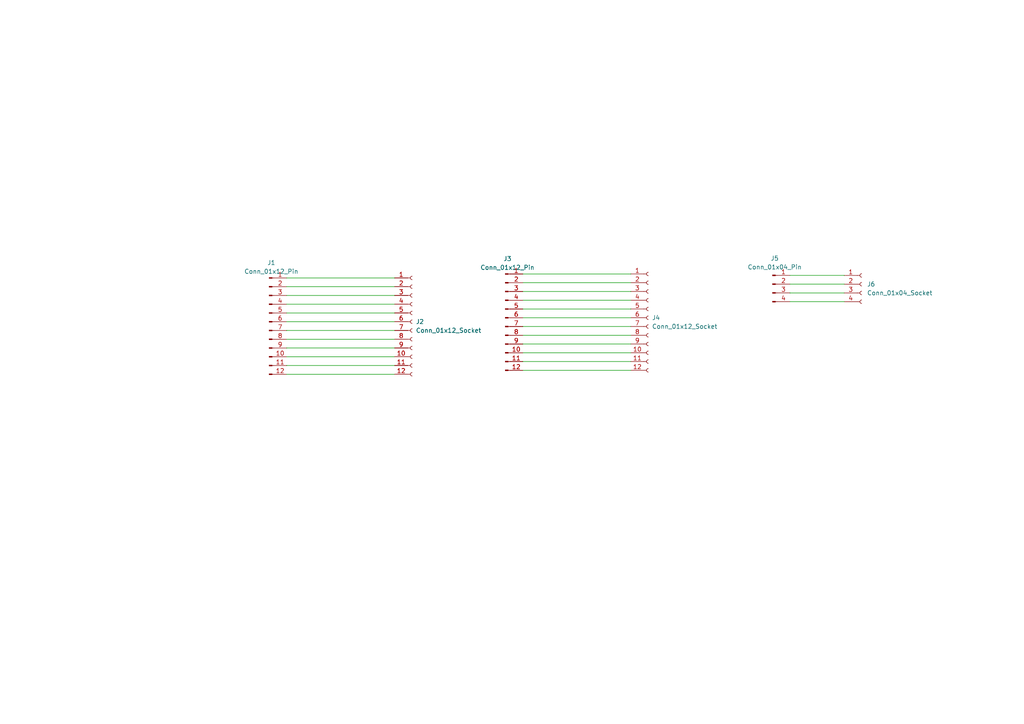
<source format=kicad_sch>
(kicad_sch (version 20230121) (generator eeschema)

  (uuid 8a2b65cb-858b-4141-a6df-7cb79c53bdb3)

  (paper "A4")

  (lib_symbols
    (symbol "Connector:Conn_01x04_Pin" (pin_names (offset 1.016) hide) (in_bom yes) (on_board yes)
      (property "Reference" "J" (at 0 5.08 0)
        (effects (font (size 1.27 1.27)))
      )
      (property "Value" "Conn_01x04_Pin" (at 0 -7.62 0)
        (effects (font (size 1.27 1.27)))
      )
      (property "Footprint" "" (at 0 0 0)
        (effects (font (size 1.27 1.27)) hide)
      )
      (property "Datasheet" "~" (at 0 0 0)
        (effects (font (size 1.27 1.27)) hide)
      )
      (property "ki_locked" "" (at 0 0 0)
        (effects (font (size 1.27 1.27)))
      )
      (property "ki_keywords" "connector" (at 0 0 0)
        (effects (font (size 1.27 1.27)) hide)
      )
      (property "ki_description" "Generic connector, single row, 01x04, script generated" (at 0 0 0)
        (effects (font (size 1.27 1.27)) hide)
      )
      (property "ki_fp_filters" "Connector*:*_1x??_*" (at 0 0 0)
        (effects (font (size 1.27 1.27)) hide)
      )
      (symbol "Conn_01x04_Pin_1_1"
        (polyline
          (pts
            (xy 1.27 -5.08)
            (xy 0.8636 -5.08)
          )
          (stroke (width 0.1524) (type default))
          (fill (type none))
        )
        (polyline
          (pts
            (xy 1.27 -2.54)
            (xy 0.8636 -2.54)
          )
          (stroke (width 0.1524) (type default))
          (fill (type none))
        )
        (polyline
          (pts
            (xy 1.27 0)
            (xy 0.8636 0)
          )
          (stroke (width 0.1524) (type default))
          (fill (type none))
        )
        (polyline
          (pts
            (xy 1.27 2.54)
            (xy 0.8636 2.54)
          )
          (stroke (width 0.1524) (type default))
          (fill (type none))
        )
        (rectangle (start 0.8636 -4.953) (end 0 -5.207)
          (stroke (width 0.1524) (type default))
          (fill (type outline))
        )
        (rectangle (start 0.8636 -2.413) (end 0 -2.667)
          (stroke (width 0.1524) (type default))
          (fill (type outline))
        )
        (rectangle (start 0.8636 0.127) (end 0 -0.127)
          (stroke (width 0.1524) (type default))
          (fill (type outline))
        )
        (rectangle (start 0.8636 2.667) (end 0 2.413)
          (stroke (width 0.1524) (type default))
          (fill (type outline))
        )
        (pin passive line (at 5.08 2.54 180) (length 3.81)
          (name "Pin_1" (effects (font (size 1.27 1.27))))
          (number "1" (effects (font (size 1.27 1.27))))
        )
        (pin passive line (at 5.08 0 180) (length 3.81)
          (name "Pin_2" (effects (font (size 1.27 1.27))))
          (number "2" (effects (font (size 1.27 1.27))))
        )
        (pin passive line (at 5.08 -2.54 180) (length 3.81)
          (name "Pin_3" (effects (font (size 1.27 1.27))))
          (number "3" (effects (font (size 1.27 1.27))))
        )
        (pin passive line (at 5.08 -5.08 180) (length 3.81)
          (name "Pin_4" (effects (font (size 1.27 1.27))))
          (number "4" (effects (font (size 1.27 1.27))))
        )
      )
    )
    (symbol "Connector:Conn_01x04_Socket" (pin_names (offset 1.016) hide) (in_bom yes) (on_board yes)
      (property "Reference" "J" (at 0 5.08 0)
        (effects (font (size 1.27 1.27)))
      )
      (property "Value" "Conn_01x04_Socket" (at 0 -7.62 0)
        (effects (font (size 1.27 1.27)))
      )
      (property "Footprint" "" (at 0 0 0)
        (effects (font (size 1.27 1.27)) hide)
      )
      (property "Datasheet" "~" (at 0 0 0)
        (effects (font (size 1.27 1.27)) hide)
      )
      (property "ki_locked" "" (at 0 0 0)
        (effects (font (size 1.27 1.27)))
      )
      (property "ki_keywords" "connector" (at 0 0 0)
        (effects (font (size 1.27 1.27)) hide)
      )
      (property "ki_description" "Generic connector, single row, 01x04, script generated" (at 0 0 0)
        (effects (font (size 1.27 1.27)) hide)
      )
      (property "ki_fp_filters" "Connector*:*_1x??_*" (at 0 0 0)
        (effects (font (size 1.27 1.27)) hide)
      )
      (symbol "Conn_01x04_Socket_1_1"
        (arc (start 0 -4.572) (mid -0.5058 -5.08) (end 0 -5.588)
          (stroke (width 0.1524) (type default))
          (fill (type none))
        )
        (arc (start 0 -2.032) (mid -0.5058 -2.54) (end 0 -3.048)
          (stroke (width 0.1524) (type default))
          (fill (type none))
        )
        (polyline
          (pts
            (xy -1.27 -5.08)
            (xy -0.508 -5.08)
          )
          (stroke (width 0.1524) (type default))
          (fill (type none))
        )
        (polyline
          (pts
            (xy -1.27 -2.54)
            (xy -0.508 -2.54)
          )
          (stroke (width 0.1524) (type default))
          (fill (type none))
        )
        (polyline
          (pts
            (xy -1.27 0)
            (xy -0.508 0)
          )
          (stroke (width 0.1524) (type default))
          (fill (type none))
        )
        (polyline
          (pts
            (xy -1.27 2.54)
            (xy -0.508 2.54)
          )
          (stroke (width 0.1524) (type default))
          (fill (type none))
        )
        (arc (start 0 0.508) (mid -0.5058 0) (end 0 -0.508)
          (stroke (width 0.1524) (type default))
          (fill (type none))
        )
        (arc (start 0 3.048) (mid -0.5058 2.54) (end 0 2.032)
          (stroke (width 0.1524) (type default))
          (fill (type none))
        )
        (pin passive line (at -5.08 2.54 0) (length 3.81)
          (name "Pin_1" (effects (font (size 1.27 1.27))))
          (number "1" (effects (font (size 1.27 1.27))))
        )
        (pin passive line (at -5.08 0 0) (length 3.81)
          (name "Pin_2" (effects (font (size 1.27 1.27))))
          (number "2" (effects (font (size 1.27 1.27))))
        )
        (pin passive line (at -5.08 -2.54 0) (length 3.81)
          (name "Pin_3" (effects (font (size 1.27 1.27))))
          (number "3" (effects (font (size 1.27 1.27))))
        )
        (pin passive line (at -5.08 -5.08 0) (length 3.81)
          (name "Pin_4" (effects (font (size 1.27 1.27))))
          (number "4" (effects (font (size 1.27 1.27))))
        )
      )
    )
    (symbol "Connector:Conn_01x12_Pin" (pin_names (offset 1.016) hide) (in_bom yes) (on_board yes)
      (property "Reference" "J" (at 0 15.24 0)
        (effects (font (size 1.27 1.27)))
      )
      (property "Value" "Conn_01x12_Pin" (at 0 -17.78 0)
        (effects (font (size 1.27 1.27)))
      )
      (property "Footprint" "" (at 0 0 0)
        (effects (font (size 1.27 1.27)) hide)
      )
      (property "Datasheet" "~" (at 0 0 0)
        (effects (font (size 1.27 1.27)) hide)
      )
      (property "ki_locked" "" (at 0 0 0)
        (effects (font (size 1.27 1.27)))
      )
      (property "ki_keywords" "connector" (at 0 0 0)
        (effects (font (size 1.27 1.27)) hide)
      )
      (property "ki_description" "Generic connector, single row, 01x12, script generated" (at 0 0 0)
        (effects (font (size 1.27 1.27)) hide)
      )
      (property "ki_fp_filters" "Connector*:*_1x??_*" (at 0 0 0)
        (effects (font (size 1.27 1.27)) hide)
      )
      (symbol "Conn_01x12_Pin_1_1"
        (polyline
          (pts
            (xy 1.27 -15.24)
            (xy 0.8636 -15.24)
          )
          (stroke (width 0.1524) (type default))
          (fill (type none))
        )
        (polyline
          (pts
            (xy 1.27 -12.7)
            (xy 0.8636 -12.7)
          )
          (stroke (width 0.1524) (type default))
          (fill (type none))
        )
        (polyline
          (pts
            (xy 1.27 -10.16)
            (xy 0.8636 -10.16)
          )
          (stroke (width 0.1524) (type default))
          (fill (type none))
        )
        (polyline
          (pts
            (xy 1.27 -7.62)
            (xy 0.8636 -7.62)
          )
          (stroke (width 0.1524) (type default))
          (fill (type none))
        )
        (polyline
          (pts
            (xy 1.27 -5.08)
            (xy 0.8636 -5.08)
          )
          (stroke (width 0.1524) (type default))
          (fill (type none))
        )
        (polyline
          (pts
            (xy 1.27 -2.54)
            (xy 0.8636 -2.54)
          )
          (stroke (width 0.1524) (type default))
          (fill (type none))
        )
        (polyline
          (pts
            (xy 1.27 0)
            (xy 0.8636 0)
          )
          (stroke (width 0.1524) (type default))
          (fill (type none))
        )
        (polyline
          (pts
            (xy 1.27 2.54)
            (xy 0.8636 2.54)
          )
          (stroke (width 0.1524) (type default))
          (fill (type none))
        )
        (polyline
          (pts
            (xy 1.27 5.08)
            (xy 0.8636 5.08)
          )
          (stroke (width 0.1524) (type default))
          (fill (type none))
        )
        (polyline
          (pts
            (xy 1.27 7.62)
            (xy 0.8636 7.62)
          )
          (stroke (width 0.1524) (type default))
          (fill (type none))
        )
        (polyline
          (pts
            (xy 1.27 10.16)
            (xy 0.8636 10.16)
          )
          (stroke (width 0.1524) (type default))
          (fill (type none))
        )
        (polyline
          (pts
            (xy 1.27 12.7)
            (xy 0.8636 12.7)
          )
          (stroke (width 0.1524) (type default))
          (fill (type none))
        )
        (rectangle (start 0.8636 -15.113) (end 0 -15.367)
          (stroke (width 0.1524) (type default))
          (fill (type outline))
        )
        (rectangle (start 0.8636 -12.573) (end 0 -12.827)
          (stroke (width 0.1524) (type default))
          (fill (type outline))
        )
        (rectangle (start 0.8636 -10.033) (end 0 -10.287)
          (stroke (width 0.1524) (type default))
          (fill (type outline))
        )
        (rectangle (start 0.8636 -7.493) (end 0 -7.747)
          (stroke (width 0.1524) (type default))
          (fill (type outline))
        )
        (rectangle (start 0.8636 -4.953) (end 0 -5.207)
          (stroke (width 0.1524) (type default))
          (fill (type outline))
        )
        (rectangle (start 0.8636 -2.413) (end 0 -2.667)
          (stroke (width 0.1524) (type default))
          (fill (type outline))
        )
        (rectangle (start 0.8636 0.127) (end 0 -0.127)
          (stroke (width 0.1524) (type default))
          (fill (type outline))
        )
        (rectangle (start 0.8636 2.667) (end 0 2.413)
          (stroke (width 0.1524) (type default))
          (fill (type outline))
        )
        (rectangle (start 0.8636 5.207) (end 0 4.953)
          (stroke (width 0.1524) (type default))
          (fill (type outline))
        )
        (rectangle (start 0.8636 7.747) (end 0 7.493)
          (stroke (width 0.1524) (type default))
          (fill (type outline))
        )
        (rectangle (start 0.8636 10.287) (end 0 10.033)
          (stroke (width 0.1524) (type default))
          (fill (type outline))
        )
        (rectangle (start 0.8636 12.827) (end 0 12.573)
          (stroke (width 0.1524) (type default))
          (fill (type outline))
        )
        (pin passive line (at 5.08 12.7 180) (length 3.81)
          (name "Pin_1" (effects (font (size 1.27 1.27))))
          (number "1" (effects (font (size 1.27 1.27))))
        )
        (pin passive line (at 5.08 -10.16 180) (length 3.81)
          (name "Pin_10" (effects (font (size 1.27 1.27))))
          (number "10" (effects (font (size 1.27 1.27))))
        )
        (pin passive line (at 5.08 -12.7 180) (length 3.81)
          (name "Pin_11" (effects (font (size 1.27 1.27))))
          (number "11" (effects (font (size 1.27 1.27))))
        )
        (pin passive line (at 5.08 -15.24 180) (length 3.81)
          (name "Pin_12" (effects (font (size 1.27 1.27))))
          (number "12" (effects (font (size 1.27 1.27))))
        )
        (pin passive line (at 5.08 10.16 180) (length 3.81)
          (name "Pin_2" (effects (font (size 1.27 1.27))))
          (number "2" (effects (font (size 1.27 1.27))))
        )
        (pin passive line (at 5.08 7.62 180) (length 3.81)
          (name "Pin_3" (effects (font (size 1.27 1.27))))
          (number "3" (effects (font (size 1.27 1.27))))
        )
        (pin passive line (at 5.08 5.08 180) (length 3.81)
          (name "Pin_4" (effects (font (size 1.27 1.27))))
          (number "4" (effects (font (size 1.27 1.27))))
        )
        (pin passive line (at 5.08 2.54 180) (length 3.81)
          (name "Pin_5" (effects (font (size 1.27 1.27))))
          (number "5" (effects (font (size 1.27 1.27))))
        )
        (pin passive line (at 5.08 0 180) (length 3.81)
          (name "Pin_6" (effects (font (size 1.27 1.27))))
          (number "6" (effects (font (size 1.27 1.27))))
        )
        (pin passive line (at 5.08 -2.54 180) (length 3.81)
          (name "Pin_7" (effects (font (size 1.27 1.27))))
          (number "7" (effects (font (size 1.27 1.27))))
        )
        (pin passive line (at 5.08 -5.08 180) (length 3.81)
          (name "Pin_8" (effects (font (size 1.27 1.27))))
          (number "8" (effects (font (size 1.27 1.27))))
        )
        (pin passive line (at 5.08 -7.62 180) (length 3.81)
          (name "Pin_9" (effects (font (size 1.27 1.27))))
          (number "9" (effects (font (size 1.27 1.27))))
        )
      )
    )
    (symbol "Connector:Conn_01x12_Socket" (pin_names (offset 1.016) hide) (in_bom yes) (on_board yes)
      (property "Reference" "J" (at 0 15.24 0)
        (effects (font (size 1.27 1.27)))
      )
      (property "Value" "Conn_01x12_Socket" (at 0 -17.78 0)
        (effects (font (size 1.27 1.27)))
      )
      (property "Footprint" "" (at 0 0 0)
        (effects (font (size 1.27 1.27)) hide)
      )
      (property "Datasheet" "~" (at 0 0 0)
        (effects (font (size 1.27 1.27)) hide)
      )
      (property "ki_locked" "" (at 0 0 0)
        (effects (font (size 1.27 1.27)))
      )
      (property "ki_keywords" "connector" (at 0 0 0)
        (effects (font (size 1.27 1.27)) hide)
      )
      (property "ki_description" "Generic connector, single row, 01x12, script generated" (at 0 0 0)
        (effects (font (size 1.27 1.27)) hide)
      )
      (property "ki_fp_filters" "Connector*:*_1x??_*" (at 0 0 0)
        (effects (font (size 1.27 1.27)) hide)
      )
      (symbol "Conn_01x12_Socket_1_1"
        (arc (start 0 -14.732) (mid -0.5058 -15.24) (end 0 -15.748)
          (stroke (width 0.1524) (type default))
          (fill (type none))
        )
        (arc (start 0 -12.192) (mid -0.5058 -12.7) (end 0 -13.208)
          (stroke (width 0.1524) (type default))
          (fill (type none))
        )
        (arc (start 0 -9.652) (mid -0.5058 -10.16) (end 0 -10.668)
          (stroke (width 0.1524) (type default))
          (fill (type none))
        )
        (arc (start 0 -7.112) (mid -0.5058 -7.62) (end 0 -8.128)
          (stroke (width 0.1524) (type default))
          (fill (type none))
        )
        (arc (start 0 -4.572) (mid -0.5058 -5.08) (end 0 -5.588)
          (stroke (width 0.1524) (type default))
          (fill (type none))
        )
        (arc (start 0 -2.032) (mid -0.5058 -2.54) (end 0 -3.048)
          (stroke (width 0.1524) (type default))
          (fill (type none))
        )
        (polyline
          (pts
            (xy -1.27 -15.24)
            (xy -0.508 -15.24)
          )
          (stroke (width 0.1524) (type default))
          (fill (type none))
        )
        (polyline
          (pts
            (xy -1.27 -12.7)
            (xy -0.508 -12.7)
          )
          (stroke (width 0.1524) (type default))
          (fill (type none))
        )
        (polyline
          (pts
            (xy -1.27 -10.16)
            (xy -0.508 -10.16)
          )
          (stroke (width 0.1524) (type default))
          (fill (type none))
        )
        (polyline
          (pts
            (xy -1.27 -7.62)
            (xy -0.508 -7.62)
          )
          (stroke (width 0.1524) (type default))
          (fill (type none))
        )
        (polyline
          (pts
            (xy -1.27 -5.08)
            (xy -0.508 -5.08)
          )
          (stroke (width 0.1524) (type default))
          (fill (type none))
        )
        (polyline
          (pts
            (xy -1.27 -2.54)
            (xy -0.508 -2.54)
          )
          (stroke (width 0.1524) (type default))
          (fill (type none))
        )
        (polyline
          (pts
            (xy -1.27 0)
            (xy -0.508 0)
          )
          (stroke (width 0.1524) (type default))
          (fill (type none))
        )
        (polyline
          (pts
            (xy -1.27 2.54)
            (xy -0.508 2.54)
          )
          (stroke (width 0.1524) (type default))
          (fill (type none))
        )
        (polyline
          (pts
            (xy -1.27 5.08)
            (xy -0.508 5.08)
          )
          (stroke (width 0.1524) (type default))
          (fill (type none))
        )
        (polyline
          (pts
            (xy -1.27 7.62)
            (xy -0.508 7.62)
          )
          (stroke (width 0.1524) (type default))
          (fill (type none))
        )
        (polyline
          (pts
            (xy -1.27 10.16)
            (xy -0.508 10.16)
          )
          (stroke (width 0.1524) (type default))
          (fill (type none))
        )
        (polyline
          (pts
            (xy -1.27 12.7)
            (xy -0.508 12.7)
          )
          (stroke (width 0.1524) (type default))
          (fill (type none))
        )
        (arc (start 0 0.508) (mid -0.5058 0) (end 0 -0.508)
          (stroke (width 0.1524) (type default))
          (fill (type none))
        )
        (arc (start 0 3.048) (mid -0.5058 2.54) (end 0 2.032)
          (stroke (width 0.1524) (type default))
          (fill (type none))
        )
        (arc (start 0 5.588) (mid -0.5058 5.08) (end 0 4.572)
          (stroke (width 0.1524) (type default))
          (fill (type none))
        )
        (arc (start 0 8.128) (mid -0.5058 7.62) (end 0 7.112)
          (stroke (width 0.1524) (type default))
          (fill (type none))
        )
        (arc (start 0 10.668) (mid -0.5058 10.16) (end 0 9.652)
          (stroke (width 0.1524) (type default))
          (fill (type none))
        )
        (arc (start 0 13.208) (mid -0.5058 12.7) (end 0 12.192)
          (stroke (width 0.1524) (type default))
          (fill (type none))
        )
        (pin passive line (at -5.08 12.7 0) (length 3.81)
          (name "Pin_1" (effects (font (size 1.27 1.27))))
          (number "1" (effects (font (size 1.27 1.27))))
        )
        (pin passive line (at -5.08 -10.16 0) (length 3.81)
          (name "Pin_10" (effects (font (size 1.27 1.27))))
          (number "10" (effects (font (size 1.27 1.27))))
        )
        (pin passive line (at -5.08 -12.7 0) (length 3.81)
          (name "Pin_11" (effects (font (size 1.27 1.27))))
          (number "11" (effects (font (size 1.27 1.27))))
        )
        (pin passive line (at -5.08 -15.24 0) (length 3.81)
          (name "Pin_12" (effects (font (size 1.27 1.27))))
          (number "12" (effects (font (size 1.27 1.27))))
        )
        (pin passive line (at -5.08 10.16 0) (length 3.81)
          (name "Pin_2" (effects (font (size 1.27 1.27))))
          (number "2" (effects (font (size 1.27 1.27))))
        )
        (pin passive line (at -5.08 7.62 0) (length 3.81)
          (name "Pin_3" (effects (font (size 1.27 1.27))))
          (number "3" (effects (font (size 1.27 1.27))))
        )
        (pin passive line (at -5.08 5.08 0) (length 3.81)
          (name "Pin_4" (effects (font (size 1.27 1.27))))
          (number "4" (effects (font (size 1.27 1.27))))
        )
        (pin passive line (at -5.08 2.54 0) (length 3.81)
          (name "Pin_5" (effects (font (size 1.27 1.27))))
          (number "5" (effects (font (size 1.27 1.27))))
        )
        (pin passive line (at -5.08 0 0) (length 3.81)
          (name "Pin_6" (effects (font (size 1.27 1.27))))
          (number "6" (effects (font (size 1.27 1.27))))
        )
        (pin passive line (at -5.08 -2.54 0) (length 3.81)
          (name "Pin_7" (effects (font (size 1.27 1.27))))
          (number "7" (effects (font (size 1.27 1.27))))
        )
        (pin passive line (at -5.08 -5.08 0) (length 3.81)
          (name "Pin_8" (effects (font (size 1.27 1.27))))
          (number "8" (effects (font (size 1.27 1.27))))
        )
        (pin passive line (at -5.08 -7.62 0) (length 3.81)
          (name "Pin_9" (effects (font (size 1.27 1.27))))
          (number "9" (effects (font (size 1.27 1.27))))
        )
      )
    )
  )


  (wire (pts (xy 83.1481 95.8464) (xy 83.1481 95.8593))
    (stroke (width 0) (type default))
    (uuid 0106c9e1-c80c-46dd-8638-40f45b331779)
  )
  (wire (pts (xy 114.456 95.8464) (xy 83.1481 95.8464))
    (stroke (width 0) (type default))
    (uuid 0b65ed41-268c-40b9-8a7a-5eb1bec388c3)
  )
  (wire (pts (xy 182.9444 87.0769) (xy 151.6365 87.0769))
    (stroke (width 0) (type default))
    (uuid 10af42fc-dc7d-41dd-95c2-3744a8b8a2aa)
  )
  (wire (pts (xy 182.9444 102.3298) (xy 182.9444 102.3169))
    (stroke (width 0) (type default))
    (uuid 116fc1d7-46c0-49bb-8808-baac245eff2c)
  )
  (wire (pts (xy 151.6365 102.3298) (xy 182.9444 102.3298))
    (stroke (width 0) (type default))
    (uuid 120715ec-de7a-4e60-9234-5ea40a727b48)
  )
  (wire (pts (xy 151.6365 104.8569) (xy 151.6365 104.8698))
    (stroke (width 0) (type default))
    (uuid 180ffbc1-7e10-4b2f-8ac7-3dc111880d7e)
  )
  (wire (pts (xy 114.456 108.5593) (xy 114.456 108.5464))
    (stroke (width 0) (type default))
    (uuid 186a687d-7558-4202-ad71-67496eab0739)
  )
  (wire (pts (xy 83.1481 108.5593) (xy 114.456 108.5593))
    (stroke (width 0) (type default))
    (uuid 1b3d39c4-467c-4348-a1c7-dec9746fc74b)
  )
  (wire (pts (xy 244.8427 82.4125) (xy 244.8427 82.4317))
    (stroke (width 0) (type default))
    (uuid 2686d4ac-0ccc-4aa2-9998-2c11c1995e61)
  )
  (wire (pts (xy 83.1481 103.4793) (xy 114.456 103.4793))
    (stroke (width 0) (type default))
    (uuid 29784bdc-9ae4-45ea-96f1-3ccf9304fb05)
  )
  (wire (pts (xy 83.1481 85.6993) (xy 114.456 85.6993))
    (stroke (width 0) (type default))
    (uuid 35d00ffd-7a6d-4323-9ef6-87f9ebb90eeb)
  )
  (wire (pts (xy 182.9444 89.6298) (xy 182.9444 89.6169))
    (stroke (width 0) (type default))
    (uuid 3d929d15-17d9-400d-b9d8-1ff3f4ca40f2)
  )
  (wire (pts (xy 83.1481 98.3993) (xy 114.456 98.3993))
    (stroke (width 0) (type default))
    (uuid 3f795c19-b0e7-415a-8d0f-f0d1ebf16ee0)
  )
  (wire (pts (xy 182.9444 104.8569) (xy 151.6365 104.8569))
    (stroke (width 0) (type default))
    (uuid 414289e6-a45a-4c60-91dd-33ae7b083705)
  )
  (wire (pts (xy 83.1481 90.7793) (xy 114.456 90.7793))
    (stroke (width 0) (type default))
    (uuid 48864d1d-6738-4494-9112-f7de7c640c04)
  )
  (wire (pts (xy 83.1481 88.2264) (xy 83.1481 88.2393))
    (stroke (width 0) (type default))
    (uuid 4e8a3a20-54cd-4f34-ab22-dcf8f7681d9c)
  )
  (wire (pts (xy 114.456 83.1464) (xy 83.1481 83.1464))
    (stroke (width 0) (type default))
    (uuid 5253d88e-3070-470b-bc09-f4d8f66b64da)
  )
  (wire (pts (xy 151.6365 79.4698) (xy 182.9444 79.4698))
    (stroke (width 0) (type default))
    (uuid 54596635-f9b7-404e-b131-d9a0ac347afa)
  )
  (wire (pts (xy 229.1396 79.8725) (xy 244.8427 79.8725))
    (stroke (width 0) (type default))
    (uuid 5e5fb23f-8691-464c-80a8-5bdbf8aef4cf)
  )
  (wire (pts (xy 151.6365 87.0769) (xy 151.6365 87.0898))
    (stroke (width 0) (type default))
    (uuid 6180b6b4-6247-43f8-a78e-eba437ee0927)
  )
  (wire (pts (xy 244.8427 84.9717) (xy 229.1396 84.9717))
    (stroke (width 0) (type default))
    (uuid 62947079-24d5-4ef9-905e-d3341e215a69)
  )
  (wire (pts (xy 244.8427 79.8725) (xy 244.8427 79.8917))
    (stroke (width 0) (type default))
    (uuid 6510659e-e169-45d8-bb9b-021e3aefd299)
  )
  (wire (pts (xy 114.456 98.3993) (xy 114.456 98.3864))
    (stroke (width 0) (type default))
    (uuid 6c70529f-ed45-4dfb-9ba2-5ad3b9f48bb7)
  )
  (wire (pts (xy 182.9444 99.7769) (xy 151.6365 99.7769))
    (stroke (width 0) (type default))
    (uuid 77194e95-3e2d-49e9-b764-e140ccdfd18d)
  )
  (wire (pts (xy 114.456 80.6193) (xy 114.456 80.6064))
    (stroke (width 0) (type default))
    (uuid 8228df3b-642a-441f-be1c-a9564363098c)
  )
  (wire (pts (xy 151.6365 84.5498) (xy 182.9444 84.5498))
    (stroke (width 0) (type default))
    (uuid 85aef576-f153-479c-b79e-dcd4d06f6be5)
  )
  (wire (pts (xy 182.9444 92.1698) (xy 182.9444 92.1569))
    (stroke (width 0) (type default))
    (uuid 885d6e32-1e84-4646-976d-c5d17594ef99)
  )
  (wire (pts (xy 229.1396 87.4925) (xy 244.8427 87.4925))
    (stroke (width 0) (type default))
    (uuid 8e681921-1c99-4a52-bdb6-420b7769d8f3)
  )
  (wire (pts (xy 229.1396 82.4125) (xy 244.8427 82.4125))
    (stroke (width 0) (type default))
    (uuid 90aa7bde-5ef7-4d8f-9d01-f86266cf6253)
  )
  (wire (pts (xy 151.6365 81.9969) (xy 151.6365 82.0098))
    (stroke (width 0) (type default))
    (uuid 928443b2-a505-42ca-be4b-904481d2d33a)
  )
  (wire (pts (xy 244.8427 87.4925) (xy 244.8427 87.5117))
    (stroke (width 0) (type default))
    (uuid 959e2546-9523-4607-acde-bdd59bdd12cf)
  )
  (wire (pts (xy 151.6365 94.6969) (xy 151.6365 94.7098))
    (stroke (width 0) (type default))
    (uuid a01f308e-65f2-4b46-903b-74955416d3f3)
  )
  (wire (pts (xy 182.9444 81.9969) (xy 151.6365 81.9969))
    (stroke (width 0) (type default))
    (uuid a06c3153-000d-4b92-80fe-f83757952b7d)
  )
  (wire (pts (xy 151.6365 107.4098) (xy 182.9444 107.4098))
    (stroke (width 0) (type default))
    (uuid a0ac235b-dc7b-4ce5-b466-f129317e218c)
  )
  (wire (pts (xy 182.9444 79.4698) (xy 182.9444 79.4569))
    (stroke (width 0) (type default))
    (uuid ab8ccdcf-5d3a-416c-ae86-39b64098e065)
  )
  (wire (pts (xy 114.456 90.7793) (xy 114.456 90.7664))
    (stroke (width 0) (type default))
    (uuid b12480ca-a1fa-4de5-8b13-dea39bfef9e5)
  )
  (wire (pts (xy 151.6365 99.7769) (xy 151.6365 99.7898))
    (stroke (width 0) (type default))
    (uuid b780b518-48d1-4761-8d9f-ba534fe74662)
  )
  (wire (pts (xy 182.9444 107.4098) (xy 182.9444 107.3969))
    (stroke (width 0) (type default))
    (uuid c193ec1f-ff4e-4e38-9f26-ac9ebfffa445)
  )
  (wire (pts (xy 151.6365 97.2498) (xy 182.9444 97.2498))
    (stroke (width 0) (type default))
    (uuid c2970388-5138-477f-ad3e-bf1c2a8b25ce)
  )
  (wire (pts (xy 83.1481 93.3193) (xy 114.456 93.3193))
    (stroke (width 0) (type default))
    (uuid c8293852-e11a-4f40-bc22-a804044df944)
  )
  (wire (pts (xy 114.456 100.9264) (xy 83.1481 100.9264))
    (stroke (width 0) (type default))
    (uuid cb8c218b-4323-4a02-832e-adbb19e55c78)
  )
  (wire (pts (xy 114.456 106.0064) (xy 83.1481 106.0064))
    (stroke (width 0) (type default))
    (uuid cd22c6d5-c0c5-4f4c-9173-a74319216c7d)
  )
  (wire (pts (xy 229.1396 84.9717) (xy 229.1396 84.9525))
    (stroke (width 0) (type default))
    (uuid cdf243ef-1417-4d96-9dc7-248386b064aa)
  )
  (wire (pts (xy 83.1481 80.6193) (xy 114.456 80.6193))
    (stroke (width 0) (type default))
    (uuid ce471208-f7ed-4358-8ded-fab3410f4d34)
  )
  (wire (pts (xy 182.9444 97.2498) (xy 182.9444 97.2369))
    (stroke (width 0) (type default))
    (uuid d19a0903-1381-47b7-a7db-847e2e713990)
  )
  (wire (pts (xy 114.456 85.6993) (xy 114.456 85.6864))
    (stroke (width 0) (type default))
    (uuid d331fcfe-2543-4ccd-8b0c-06da4ee93a03)
  )
  (wire (pts (xy 114.456 88.2264) (xy 83.1481 88.2264))
    (stroke (width 0) (type default))
    (uuid d5e49b7b-b4ee-4496-a15a-68b51622396a)
  )
  (wire (pts (xy 114.456 93.3193) (xy 114.456 93.3064))
    (stroke (width 0) (type default))
    (uuid e144e0b4-fa28-48cd-b446-4bea3c90699a)
  )
  (wire (pts (xy 114.456 103.4793) (xy 114.456 103.4664))
    (stroke (width 0) (type default))
    (uuid e1aa798b-e44b-4c30-8887-bf99b5b91dbf)
  )
  (wire (pts (xy 151.6365 92.1698) (xy 182.9444 92.1698))
    (stroke (width 0) (type default))
    (uuid e4dafa7f-b69e-4208-9bdf-9e78fa83f6de)
  )
  (wire (pts (xy 182.9444 84.5498) (xy 182.9444 84.5369))
    (stroke (width 0) (type default))
    (uuid f2780665-5650-412d-bc2e-6c7811a6aace)
  )
  (wire (pts (xy 83.1481 106.0064) (xy 83.1481 106.0193))
    (stroke (width 0) (type default))
    (uuid f54b1971-7964-4f68-b533-266554d2e472)
  )
  (wire (pts (xy 151.6365 89.6298) (xy 182.9444 89.6298))
    (stroke (width 0) (type default))
    (uuid f5c26d5a-ca50-45cb-9284-1d6121301cab)
  )
  (wire (pts (xy 83.1481 83.1464) (xy 83.1481 83.1593))
    (stroke (width 0) (type default))
    (uuid fa2f4e90-590b-4f2c-a4c4-34f485957fb7)
  )
  (wire (pts (xy 182.9444 94.6969) (xy 151.6365 94.6969))
    (stroke (width 0) (type default))
    (uuid fb1c34ee-1450-4962-b2d5-afe63d4d4a83)
  )
  (wire (pts (xy 83.1481 100.9264) (xy 83.1481 100.9393))
    (stroke (width 0) (type default))
    (uuid fbff30a5-ca1c-4bfe-8a50-158dfef1703d)
  )

  (symbol (lib_id "Connector:Conn_01x04_Pin") (at 224.0596 82.4125 0) (unit 1)
    (in_bom yes) (on_board yes) (dnp no) (fields_autoplaced)
    (uuid 4cbdaae9-10b6-4aeb-bde4-e997359c10fe)
    (property "Reference" "J5" (at 224.6946 74.93 0)
      (effects (font (size 1.27 1.27)))
    )
    (property "Value" "Conn_01x04_Pin" (at 224.6946 77.47 0)
      (effects (font (size 1.27 1.27)))
    )
    (property "Footprint" "pads:pads__1x04" (at 224.0596 82.4125 0)
      (effects (font (size 1.27 1.27)) hide)
    )
    (property "Datasheet" "~" (at 224.0596 82.4125 0)
      (effects (font (size 1.27 1.27)) hide)
    )
    (pin "1" (uuid 43860a3e-fc7d-49c2-86d6-5461c6660a80))
    (pin "3" (uuid 1106231c-02d2-421d-a4ab-25b290da15e1))
    (pin "4" (uuid 29d34d67-cf7b-4e99-bef4-729277fbe771))
    (pin "2" (uuid dad32a22-9f48-4e7f-af45-5a278aae5e3f))
    (instances
      (project "bb-adaptor-V1"
        (path "/8a2b65cb-858b-4141-a6df-7cb79c53bdb3"
          (reference "J5") (unit 1)
        )
      )
    )
  )

  (symbol (lib_id "Connector:Conn_01x12_Pin") (at 78.0681 93.3193 0) (unit 1)
    (in_bom yes) (on_board yes) (dnp no) (fields_autoplaced)
    (uuid 796b71be-b24d-40ee-b587-72feddacac10)
    (property "Reference" "J1" (at 78.7031 76.2 0)
      (effects (font (size 1.27 1.27)))
    )
    (property "Value" "Conn_01x12_Pin" (at 78.7031 78.74 0)
      (effects (font (size 1.27 1.27)))
    )
    (property "Footprint" "Connector_PinHeader_2.54mm:PinHeader_1x12_P2.54mm_Vertical" (at 78.0681 93.3193 0)
      (effects (font (size 1.27 1.27)) hide)
    )
    (property "Datasheet" "~" (at 78.0681 93.3193 0)
      (effects (font (size 1.27 1.27)) hide)
    )
    (pin "7" (uuid acf8f1a8-b1a4-41b5-a50a-788ff325165b))
    (pin "5" (uuid 65c9c686-e155-4931-83df-a6c43a475009))
    (pin "8" (uuid ff2bdf6b-0ffd-47d4-8c3d-f6e9e3da62be))
    (pin "1" (uuid f8fb206e-7308-49ce-a487-94a45c63493b))
    (pin "11" (uuid 1abe74d4-8ffb-4e89-ac88-cd16b0307fae))
    (pin "4" (uuid a780550a-5b4a-4226-bf06-25a8158cad09))
    (pin "9" (uuid 40ed1d65-7467-46f4-a62d-fd80bde79713))
    (pin "2" (uuid e81e888d-b9ec-485d-97c9-8f166c24f8d6))
    (pin "10" (uuid 673b43ab-172f-4998-8bfb-36a32e521867))
    (pin "6" (uuid 7df46528-f15e-4083-92d6-6585128990e7))
    (pin "3" (uuid 2e2bb577-c2c6-4494-a59b-88e685c48f46))
    (pin "12" (uuid 097f9939-8b03-47b7-9054-bcbdb3a07421))
    (instances
      (project "bb-adaptor-V1"
        (path "/8a2b65cb-858b-4141-a6df-7cb79c53bdb3"
          (reference "J1") (unit 1)
        )
      )
    )
  )

  (symbol (lib_id "Connector:Conn_01x04_Socket") (at 249.9227 82.4317 0) (unit 1)
    (in_bom yes) (on_board yes) (dnp no) (fields_autoplaced)
    (uuid c2b845de-1e1c-47a9-9c16-c53c51a428c2)
    (property "Reference" "J6" (at 251.46 82.4317 0)
      (effects (font (size 1.27 1.27)) (justify left))
    )
    (property "Value" "Conn_01x04_Socket" (at 251.46 84.9717 0)
      (effects (font (size 1.27 1.27)) (justify left))
    )
    (property "Footprint" "Connector_PinHeader_2.54mm:PinHeader_1x04_P2.54mm_Vertical" (at 249.9227 82.4317 0)
      (effects (font (size 1.27 1.27)) hide)
    )
    (property "Datasheet" "~" (at 249.9227 82.4317 0)
      (effects (font (size 1.27 1.27)) hide)
    )
    (pin "3" (uuid 909d8b02-22ed-4673-b904-f146577690a3))
    (pin "2" (uuid 9ba205ef-b0d7-456b-bd85-6b2016c918ec))
    (pin "1" (uuid 6ba8c53c-386a-4365-89ac-35f77ab8bc6c))
    (pin "4" (uuid 849b123b-d25f-4855-bff5-06579fb92a67))
    (instances
      (project "bb-adaptor-V1"
        (path "/8a2b65cb-858b-4141-a6df-7cb79c53bdb3"
          (reference "J6") (unit 1)
        )
      )
    )
  )

  (symbol (lib_id "Connector:Conn_01x12_Socket") (at 119.536 93.3064 0) (unit 1)
    (in_bom yes) (on_board yes) (dnp no) (fields_autoplaced)
    (uuid d27d7a50-ed18-46c4-818e-00af57612511)
    (property "Reference" "J2" (at 120.5965 93.3064 0)
      (effects (font (size 1.27 1.27)) (justify left))
    )
    (property "Value" "Conn_01x12_Socket" (at 120.5965 95.8464 0)
      (effects (font (size 1.27 1.27)) (justify left))
    )
    (property "Footprint" "pads:pads__1x12" (at 119.536 93.3064 0)
      (effects (font (size 1.27 1.27)) hide)
    )
    (property "Datasheet" "~" (at 119.536 93.3064 0)
      (effects (font (size 1.27 1.27)) hide)
    )
    (pin "1" (uuid 88214fdd-3bdf-4d77-b4d5-9167878a0fd9))
    (pin "4" (uuid 3e78be5a-ca05-4af1-b4b7-a23ed52627f3))
    (pin "2" (uuid e8ef59c1-9531-41a3-bf17-8de8fe2ada10))
    (pin "9" (uuid 05cc7511-3efc-4285-876e-f2b4820aa4b3))
    (pin "12" (uuid 45c68939-9ac7-4d5e-81b1-6b8ab9269bfd))
    (pin "6" (uuid 7dc54dec-37d2-4b4d-a3db-6a2f9fdf1e01))
    (pin "5" (uuid d102a84c-3346-4b55-a816-4b68fe7c8273))
    (pin "10" (uuid 4670f85a-c982-442e-80ae-9d9b0e5a5b3a))
    (pin "8" (uuid 27c28529-df2d-46bb-b494-37202dfde1dd))
    (pin "11" (uuid 51168e1b-bead-40d6-9b52-883d1dc6e419))
    (pin "3" (uuid a513bd4e-f69c-43e3-8538-0173eeb6b40d))
    (pin "7" (uuid a5860f4b-d29f-4c3c-9d64-d5682dfa58c4))
    (instances
      (project "bb-adaptor-V1"
        (path "/8a2b65cb-858b-4141-a6df-7cb79c53bdb3"
          (reference "J2") (unit 1)
        )
      )
    )
  )

  (symbol (lib_id "Connector:Conn_01x12_Pin") (at 146.5565 92.1698 0) (unit 1)
    (in_bom yes) (on_board yes) (dnp no) (fields_autoplaced)
    (uuid d2a2bc74-5700-4e97-8d77-c56fe59765b4)
    (property "Reference" "J3" (at 147.1915 75.0505 0)
      (effects (font (size 1.27 1.27)))
    )
    (property "Value" "Conn_01x12_Pin" (at 147.1915 77.5905 0)
      (effects (font (size 1.27 1.27)))
    )
    (property "Footprint" "Connector_PinHeader_2.54mm:PinHeader_1x12_P2.54mm_Vertical" (at 146.5565 92.1698 0)
      (effects (font (size 1.27 1.27)) hide)
    )
    (property "Datasheet" "~" (at 146.5565 92.1698 0)
      (effects (font (size 1.27 1.27)) hide)
    )
    (pin "7" (uuid 7a29af52-4b58-4379-9a60-83787414c588))
    (pin "5" (uuid fdc7a60b-fba3-4107-9953-2fe202abaa7c))
    (pin "8" (uuid cedbd970-cb98-4dcb-98fd-b46742d68a92))
    (pin "1" (uuid 33bebb33-94b5-4247-9974-4802e639b076))
    (pin "11" (uuid 7887027c-e1ef-4208-923b-3fe3832369b7))
    (pin "4" (uuid ce902014-ff9c-4cdb-bebe-f98a0b44d2cd))
    (pin "9" (uuid 15717d2a-5b46-4e8c-b501-7a6d454a1bc6))
    (pin "2" (uuid 54e4e2d5-f261-4939-9529-cf6458beb5d2))
    (pin "10" (uuid be567c4c-ef18-41c2-9daa-64910ca7538b))
    (pin "6" (uuid 8a3f4ee9-76c0-4224-b08e-613ffc943f53))
    (pin "3" (uuid f097f147-8653-44d2-9723-c817db91ca48))
    (pin "12" (uuid d18b58bf-f9e6-460d-84b6-e59cb7f3bb29))
    (instances
      (project "bb-adaptor-V1"
        (path "/8a2b65cb-858b-4141-a6df-7cb79c53bdb3"
          (reference "J3") (unit 1)
        )
      )
    )
  )

  (symbol (lib_id "Connector:Conn_01x12_Socket") (at 188.0244 92.1569 0) (unit 1)
    (in_bom yes) (on_board yes) (dnp no) (fields_autoplaced)
    (uuid f69a7007-fe81-4ebd-83b7-2a04a2648b5b)
    (property "Reference" "J4" (at 189.0849 92.1569 0)
      (effects (font (size 1.27 1.27)) (justify left))
    )
    (property "Value" "Conn_01x12_Socket" (at 189.0849 94.6969 0)
      (effects (font (size 1.27 1.27)) (justify left))
    )
    (property "Footprint" "pads:pads__1x12" (at 188.0244 92.1569 0)
      (effects (font (size 1.27 1.27)) hide)
    )
    (property "Datasheet" "~" (at 188.0244 92.1569 0)
      (effects (font (size 1.27 1.27)) hide)
    )
    (pin "1" (uuid 09843935-3820-4382-bbb6-9b440ca5e2df))
    (pin "4" (uuid 7b551e0e-a092-4173-81d1-10eef9b8951a))
    (pin "2" (uuid ee02b1fc-627d-4414-9190-c1fe69502906))
    (pin "9" (uuid f70daaa2-f3e7-476c-a99f-4e610d68630c))
    (pin "12" (uuid dd31ec7d-4166-48bd-bd0a-49a7893265e1))
    (pin "6" (uuid 841778e0-86da-4fc6-affe-31e9405d781b))
    (pin "5" (uuid 3e2bcab4-3c96-44b3-b866-ab9e21e4cd2f))
    (pin "10" (uuid 3b2eb2cb-f298-4ddb-b454-c00ba1d1b5fc))
    (pin "8" (uuid 0919dacb-da07-475c-a629-2b40fdfc9b5a))
    (pin "11" (uuid 42f38780-220c-45c9-8d7d-67f7895c9655))
    (pin "3" (uuid 292d27ec-7ee6-40b9-bd74-3cf48ae364a8))
    (pin "7" (uuid 13f10631-d03d-45e5-ad0e-e2a401bb6f19))
    (instances
      (project "bb-adaptor-V1"
        (path "/8a2b65cb-858b-4141-a6df-7cb79c53bdb3"
          (reference "J4") (unit 1)
        )
      )
    )
  )

  (sheet_instances
    (path "/" (page "1"))
  )
)

</source>
